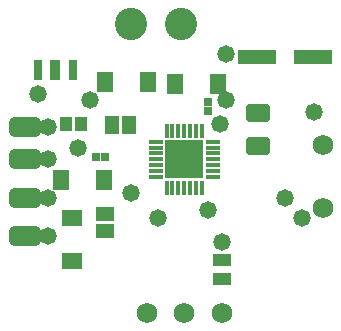
<source format=gts>
G04*
G04 #@! TF.GenerationSoftware,Altium Limited,CircuitMaker,2.0.3 (2.0.3.51)*
G04*
G04 Layer_Color=20142*
%FSLAX44Y44*%
%MOMM*%
G71*
G04*
G04 #@! TF.SameCoordinates,91AE8199-6935-4096-B88E-BAE3D630F751*
G04*
G04*
G04 #@! TF.FilePolarity,Negative*
G04*
G01*
G75*
%ADD31R,0.6532X0.7032*%
%ADD32R,1.5532X1.3032*%
%ADD33R,1.8032X1.4032*%
%ADD34R,3.1750X1.2192*%
%ADD35R,0.8032X1.8032*%
%ADD36R,0.9032X1.7032*%
G04:AMPARAMS|DCode=37|XSize=2.0032mm|YSize=1.5032mm|CornerRadius=0.2316mm|HoleSize=0mm|Usage=FLASHONLY|Rotation=180.000|XOffset=0mm|YOffset=0mm|HoleType=Round|Shape=RoundedRectangle|*
%AMROUNDEDRECTD37*
21,1,2.0032,1.0400,0,0,180.0*
21,1,1.5400,1.5032,0,0,180.0*
1,1,0.4632,-0.7700,0.5200*
1,1,0.4632,0.7700,0.5200*
1,1,0.4632,0.7700,-0.5200*
1,1,0.4632,-0.7700,-0.5200*
%
%ADD37ROUNDEDRECTD37*%
%ADD38R,1.4032X1.8032*%
%ADD39R,1.1032X1.2032*%
%ADD40R,1.3032X1.5532*%
%ADD41O,0.4020X1.2520*%
%ADD42O,1.2520X0.4020*%
%ADD43R,3.2520X3.2520*%
%ADD44R,1.5032X1.1032*%
%ADD45R,0.7032X0.6532*%
%ADD46C,1.7272*%
%ADD47C,2.7272*%
G04:AMPARAMS|DCode=48|XSize=2.7272mm|YSize=1.7272mm|CornerRadius=0.4826mm|HoleSize=0mm|Usage=FLASHONLY|Rotation=0.000|XOffset=0mm|YOffset=0mm|HoleType=Round|Shape=RoundedRectangle|*
%AMROUNDEDRECTD48*
21,1,2.7272,0.7620,0,0,0.0*
21,1,1.7620,1.7272,0,0,0.0*
1,1,0.9652,0.8810,-0.3810*
1,1,0.9652,-0.8810,-0.3810*
1,1,0.9652,-0.8810,0.3810*
1,1,0.9652,0.8810,0.3810*
%
%ADD48ROUNDEDRECTD48*%
%ADD49C,1.4732*%
%ADD50C,0.7532*%
D31*
X170000Y198750D02*
D03*
Y191250D02*
D03*
D32*
X83058Y103378D02*
D03*
Y89378D02*
D03*
D33*
X55118Y64296D02*
D03*
Y100296D02*
D03*
D34*
X259334Y236982D02*
D03*
X211204D02*
D03*
D35*
X25894Y226070D02*
D03*
X55894D02*
D03*
D36*
X40894Y225570D02*
D03*
D37*
X212344Y161514D02*
D03*
Y189514D02*
D03*
D38*
X178528Y214122D02*
D03*
X142528D02*
D03*
X82838Y215138D02*
D03*
X118838D02*
D03*
X45754Y132334D02*
D03*
X81754D02*
D03*
D39*
X62738Y180086D02*
D03*
X49738D02*
D03*
D40*
X102758Y179070D02*
D03*
X88758D02*
D03*
D41*
X165000Y174000D02*
D03*
X160000D02*
D03*
X155000D02*
D03*
X150000D02*
D03*
X145000D02*
D03*
X140000D02*
D03*
X135000D02*
D03*
Y126000D02*
D03*
X140000D02*
D03*
X145000D02*
D03*
X150000D02*
D03*
X155000D02*
D03*
X160000D02*
D03*
X165000D02*
D03*
D42*
X126000Y165000D02*
D03*
Y160000D02*
D03*
Y155000D02*
D03*
Y150000D02*
D03*
Y145000D02*
D03*
Y140000D02*
D03*
Y135000D02*
D03*
X174000D02*
D03*
Y140000D02*
D03*
Y145000D02*
D03*
Y150000D02*
D03*
Y155000D02*
D03*
Y160000D02*
D03*
Y165000D02*
D03*
D43*
X150000Y150000D02*
D03*
D44*
X181864Y48892D02*
D03*
Y64392D02*
D03*
D45*
X82490Y151892D02*
D03*
X74990D02*
D03*
D46*
X267500Y108750D02*
D03*
Y162500D02*
D03*
X150000Y20000D02*
D03*
X118250D02*
D03*
X181750D02*
D03*
D47*
X147500Y265000D02*
D03*
X105000D02*
D03*
D48*
X15000Y85000D02*
D03*
Y117500D02*
D03*
Y150000D02*
D03*
Y177500D02*
D03*
D49*
X250000Y100000D02*
D03*
X180000Y180000D02*
D03*
X127500Y100000D02*
D03*
X260000Y190000D02*
D03*
X185000Y200000D02*
D03*
X170000Y107500D02*
D03*
X235000Y117500D02*
D03*
X35000Y85000D02*
D03*
Y117500D02*
D03*
Y150000D02*
D03*
Y177500D02*
D03*
X184912Y239268D02*
D03*
X60000Y160000D02*
D03*
X70000Y200000D02*
D03*
X104902Y121412D02*
D03*
X181610Y79756D02*
D03*
X26162Y204978D02*
D03*
D50*
X161000Y161000D02*
D03*
Y150000D02*
D03*
Y139000D02*
D03*
X150000Y161000D02*
D03*
Y150000D02*
D03*
Y139000D02*
D03*
X139000Y161000D02*
D03*
Y150000D02*
D03*
Y139000D02*
D03*
M02*

</source>
